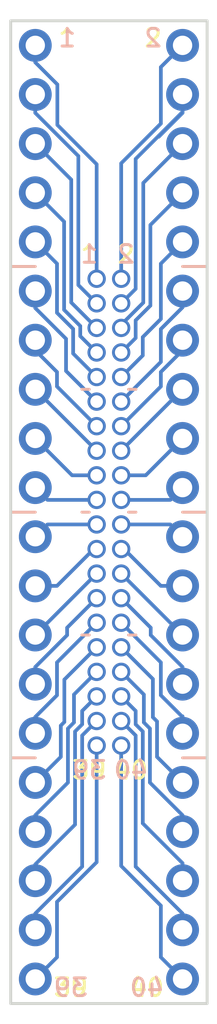
<source format=kicad_pcb>
(kicad_pcb (version 20171130) (host pcbnew "(5.1.10)-1")

  (general
    (thickness 1.6)
    (drawings 61)
    (tracks 176)
    (zones 0)
    (modules 4)
    (nets 41)
  )

  (page A4)
  (layers
    (0 F.Cu signal)
    (31 B.Cu signal)
    (32 B.Adhes user)
    (33 F.Adhes user)
    (34 B.Paste user)
    (35 F.Paste user)
    (36 B.SilkS user)
    (37 F.SilkS user)
    (38 B.Mask user)
    (39 F.Mask user)
    (40 Dwgs.User user hide)
    (41 Cmts.User user hide)
    (42 Eco1.User user)
    (43 Eco2.User user)
    (44 Edge.Cuts user)
    (45 Margin user)
    (46 B.CrtYd user)
    (47 F.CrtYd user hide)
    (48 B.Fab user)
    (49 F.Fab user hide)
  )

  (setup
    (last_trace_width 0.1905)
    (trace_clearance 0.1778)
    (zone_clearance 0.1524)
    (zone_45_only no)
    (trace_min 0.152654)
    (via_size 1)
    (via_drill 0.5)
    (via_min_size 0.4)
    (via_min_drill 0.3)
    (uvia_size 0.3)
    (uvia_drill 0.1)
    (uvias_allowed no)
    (uvia_min_size 0.2)
    (uvia_min_drill 0.1)
    (edge_width 0.15)
    (segment_width 0.15)
    (pcb_text_width 0.3)
    (pcb_text_size 1.5 1.5)
    (mod_edge_width 0.15)
    (mod_text_size 1 1)
    (mod_text_width 0.15)
    (pad_size 3.2 3.2)
    (pad_drill 3.2)
    (pad_to_mask_clearance 0)
    (aux_axis_origin 0 0)
    (grid_origin 50 150)
    (visible_elements 7FFFFF7F)
    (pcbplotparams
      (layerselection 0x00030_7ffffffe)
      (usegerberextensions true)
      (usegerberattributes false)
      (usegerberadvancedattributes false)
      (creategerberjobfile false)
      (excludeedgelayer true)
      (linewidth 0.100000)
      (plotframeref false)
      (viasonmask false)
      (mode 1)
      (useauxorigin false)
      (hpglpennumber 1)
      (hpglpenspeed 20)
      (hpglpendiameter 15.000000)
      (psnegative false)
      (psa4output false)
      (plotreference true)
      (plotvalue true)
      (plotinvisibletext false)
      (padsonsilk false)
      (subtractmaskfromsilk true)
      (outputformat 3)
      (mirror false)
      (drillshape 0)
      (scaleselection 1)
      (outputdirectory "step"))
  )

  (net 0 "")
  (net 1 /1)
  (net 2 /2)
  (net 3 /3)
  (net 4 /4)
  (net 5 /5)
  (net 6 /6)
  (net 7 /7)
  (net 8 /8)
  (net 9 /9)
  (net 10 /10)
  (net 11 /11)
  (net 12 /12)
  (net 13 /13)
  (net 14 /14)
  (net 15 /15)
  (net 16 /16)
  (net 17 /17)
  (net 18 /18)
  (net 19 /19)
  (net 20 /20)
  (net 21 /21)
  (net 22 /22)
  (net 23 /23)
  (net 24 /24)
  (net 25 /25)
  (net 26 /26)
  (net 27 /27)
  (net 28 /28)
  (net 29 /29)
  (net 30 /30)
  (net 31 /31)
  (net 32 /32)
  (net 33 /33)
  (net 34 /34)
  (net 35 /35)
  (net 36 /36)
  (net 37 /37)
  (net 38 /38)
  (net 39 /39)
  (net 40 /40)

  (net_class Default "これはデフォルトのネット クラスです。"
    (clearance 0.1778)
    (trace_width 0.1905)
    (via_dia 1)
    (via_drill 0.5)
    (uvia_dia 0.3)
    (uvia_drill 0.1)
    (add_net /1)
    (add_net /10)
    (add_net /11)
    (add_net /12)
    (add_net /13)
    (add_net /14)
    (add_net /15)
    (add_net /16)
    (add_net /17)
    (add_net /18)
    (add_net /19)
    (add_net /2)
    (add_net /20)
    (add_net /21)
    (add_net /22)
    (add_net /23)
    (add_net /24)
    (add_net /25)
    (add_net /26)
    (add_net /27)
    (add_net /28)
    (add_net /29)
    (add_net /3)
    (add_net /30)
    (add_net /31)
    (add_net /32)
    (add_net /33)
    (add_net /34)
    (add_net /35)
    (add_net /36)
    (add_net /37)
    (add_net /38)
    (add_net /39)
    (add_net /4)
    (add_net /40)
    (add_net /5)
    (add_net /6)
    (add_net /7)
    (add_net /8)
    (add_net /9)
  )

  (module footprints:DIL20X2_300milWidth_NoSilk (layer F.Cu) (tedit 61469EC5) (tstamp 61472794)
    (at 50 150)
    (path /5F2CE3C1)
    (fp_text reference J2 (at 0 -26.46) (layer F.SilkS) hide
      (effects (font (size 1 1) (thickness 0.15)))
    )
    (fp_text value 2.54_2x20P (at 0 26.67) (layer F.Fab)
      (effects (font (size 1 1) (thickness 0.15)))
    )
    (fp_line (start 5.58 -25.93) (end -5.61 -25.93) (layer F.CrtYd) (width 0.05))
    (fp_line (start 5.58 25.92) (end 5.58 -25.93) (layer F.CrtYd) (width 0.05))
    (fp_line (start -5.61 25.92) (end 5.58 25.92) (layer F.CrtYd) (width 0.05))
    (fp_line (start -5.61 -25.93) (end -5.61 25.92) (layer F.CrtYd) (width 0.05))
    (fp_line (start -5.14 -25.46) (end -3.81 -25.46) (layer Dwgs.User) (width 0.12))
    (fp_line (start -5.14 -24.13) (end -5.14 -25.46) (layer Dwgs.User) (width 0.12))
    (fp_line (start -2.54 -22.86) (end -2.54 -25.46) (layer Dwgs.User) (width 0.12))
    (fp_line (start -5.14 -22.86) (end -2.54 -22.86) (layer Dwgs.User) (width 0.12))
    (fp_line (start -5.08 -24.13) (end -3.81 -25.4) (layer F.Fab) (width 0.1))
    (fp_line (start -5.08 25.4) (end -5.08 -24.13) (layer F.Fab) (width 0.1))
    (fp_line (start 5.04 25.4) (end -5.08 25.4) (layer F.Fab) (width 0.1))
    (fp_line (start 5.04 -25.4) (end 5.04 25.4) (layer F.Fab) (width 0.1))
    (fp_line (start -3.81 -25.4) (end 5.04 -25.4) (layer F.Fab) (width 0.1))
    (fp_text user %R (at 0 12.7 90) (layer F.Fab)
      (effects (font (size 1 1) (thickness 0.15)))
    )
    (pad 40 thru_hole oval (at 3.81 24.13) (size 1.7 1.7) (drill 1) (layers *.Cu *.Mask)
      (net 40 /40))
    (pad 39 thru_hole oval (at -3.81 24.13) (size 1.7 1.7) (drill 1) (layers *.Cu *.Mask)
      (net 39 /39))
    (pad 38 thru_hole oval (at 3.81 21.59) (size 1.7 1.7) (drill 1) (layers *.Cu *.Mask)
      (net 38 /38))
    (pad 37 thru_hole oval (at -3.81 21.59) (size 1.7 1.7) (drill 1) (layers *.Cu *.Mask)
      (net 37 /37))
    (pad 36 thru_hole oval (at 3.81 19.05) (size 1.7 1.7) (drill 1) (layers *.Cu *.Mask)
      (net 36 /36))
    (pad 35 thru_hole oval (at -3.81 19.05) (size 1.7 1.7) (drill 1) (layers *.Cu *.Mask)
      (net 35 /35))
    (pad 34 thru_hole oval (at 3.81 16.51) (size 1.7 1.7) (drill 1) (layers *.Cu *.Mask)
      (net 34 /34))
    (pad 33 thru_hole oval (at -3.81 16.51) (size 1.7 1.7) (drill 1) (layers *.Cu *.Mask)
      (net 33 /33))
    (pad 32 thru_hole oval (at 3.81 13.97) (size 1.7 1.7) (drill 1) (layers *.Cu *.Mask)
      (net 32 /32))
    (pad 31 thru_hole oval (at -3.81 13.97) (size 1.7 1.7) (drill 1) (layers *.Cu *.Mask)
      (net 31 /31))
    (pad 30 thru_hole oval (at 3.81 11.43) (size 1.7 1.7) (drill 1) (layers *.Cu *.Mask)
      (net 30 /30))
    (pad 29 thru_hole oval (at -3.81 11.43) (size 1.7 1.7) (drill 1) (layers *.Cu *.Mask)
      (net 29 /29))
    (pad 28 thru_hole oval (at 3.81 8.89) (size 1.7 1.7) (drill 1) (layers *.Cu *.Mask)
      (net 28 /28))
    (pad 27 thru_hole oval (at -3.81 8.89) (size 1.7 1.7) (drill 1) (layers *.Cu *.Mask)
      (net 27 /27))
    (pad 26 thru_hole oval (at 3.81 6.35) (size 1.7 1.7) (drill 1) (layers *.Cu *.Mask)
      (net 26 /26))
    (pad 25 thru_hole oval (at -3.81 6.35) (size 1.7 1.7) (drill 1) (layers *.Cu *.Mask)
      (net 25 /25))
    (pad 24 thru_hole oval (at 3.81 3.81) (size 1.7 1.7) (drill 1) (layers *.Cu *.Mask)
      (net 24 /24))
    (pad 23 thru_hole oval (at -3.81 3.81) (size 1.7 1.7) (drill 1) (layers *.Cu *.Mask)
      (net 23 /23))
    (pad 22 thru_hole oval (at 3.81 1.27) (size 1.7 1.7) (drill 1) (layers *.Cu *.Mask)
      (net 22 /22))
    (pad 21 thru_hole oval (at -3.81 1.27) (size 1.7 1.7) (drill 1) (layers *.Cu *.Mask)
      (net 21 /21))
    (pad 20 thru_hole oval (at 3.81 -1.27) (size 1.7 1.7) (drill 1) (layers *.Cu *.Mask)
      (net 20 /20))
    (pad 19 thru_hole oval (at -3.81 -1.27) (size 1.7 1.7) (drill 1) (layers *.Cu *.Mask)
      (net 19 /19))
    (pad 18 thru_hole oval (at 3.81 -3.81) (size 1.7 1.7) (drill 1) (layers *.Cu *.Mask)
      (net 18 /18))
    (pad 17 thru_hole oval (at -3.81 -3.81) (size 1.7 1.7) (drill 1) (layers *.Cu *.Mask)
      (net 17 /17))
    (pad 16 thru_hole oval (at 3.81 -6.35) (size 1.7 1.7) (drill 1) (layers *.Cu *.Mask)
      (net 16 /16))
    (pad 15 thru_hole oval (at -3.81 -6.35) (size 1.7 1.7) (drill 1) (layers *.Cu *.Mask)
      (net 15 /15))
    (pad 14 thru_hole oval (at 3.81 -8.89) (size 1.7 1.7) (drill 1) (layers *.Cu *.Mask)
      (net 14 /14))
    (pad 13 thru_hole oval (at -3.81 -8.89) (size 1.7 1.7) (drill 1) (layers *.Cu *.Mask)
      (net 13 /13))
    (pad 12 thru_hole oval (at 3.81 -11.43) (size 1.7 1.7) (drill 1) (layers *.Cu *.Mask)
      (net 12 /12))
    (pad 11 thru_hole oval (at -3.81 -11.43) (size 1.7 1.7) (drill 1) (layers *.Cu *.Mask)
      (net 11 /11))
    (pad 10 thru_hole oval (at 3.81 -13.97) (size 1.7 1.7) (drill 1) (layers *.Cu *.Mask)
      (net 10 /10))
    (pad 9 thru_hole oval (at -3.81 -13.97) (size 1.7 1.7) (drill 1) (layers *.Cu *.Mask)
      (net 9 /9))
    (pad 8 thru_hole oval (at 3.81 -16.51) (size 1.7 1.7) (drill 1) (layers *.Cu *.Mask)
      (net 8 /8))
    (pad 7 thru_hole oval (at -3.81 -16.51) (size 1.7 1.7) (drill 1) (layers *.Cu *.Mask)
      (net 7 /7))
    (pad 6 thru_hole oval (at 3.81 -19.05) (size 1.7 1.7) (drill 1) (layers *.Cu *.Mask)
      (net 6 /6))
    (pad 5 thru_hole oval (at -3.81 -19.05) (size 1.7 1.7) (drill 1) (layers *.Cu *.Mask)
      (net 5 /5))
    (pad 4 thru_hole oval (at 3.81 -21.59) (size 1.7 1.7) (drill 1) (layers *.Cu *.Mask)
      (net 4 /4))
    (pad 3 thru_hole oval (at -3.81 -21.59) (size 1.7 1.7) (drill 1) (layers *.Cu *.Mask)
      (net 3 /3))
    (pad 2 thru_hole circle (at 3.81 -24.13) (size 1.7 1.7) (drill 1) (layers *.Cu *.Mask)
      (net 2 /2))
    (pad 1 thru_hole circle (at -3.81 -24.13) (size 1.7 1.7) (drill 1) (layers *.Cu *.Mask)
      (net 1 /1))
  )

  (module MountingHole:MountingHole_3.2mm_M3 (layer F.Cu) (tedit 6146A230) (tstamp 61474092)
    (at 50 127)
    (descr "Mounting Hole 3.2mm, no annular, M3")
    (tags "mounting hole 3.2mm no annular m3")
    (path /5F2CEB81)
    (attr virtual)
    (fp_text reference H1 (at 0 -4.2) (layer F.SilkS) hide
      (effects (font (size 1 1) (thickness 0.15)))
    )
    (fp_text value MountingHole (at 0 4.2) (layer F.Fab) hide
      (effects (font (size 1 1) (thickness 0.15)))
    )
    (fp_circle (center 0 0) (end 3.45 0) (layer F.CrtYd) (width 0.05))
    (fp_circle (center 0 0) (end 3.2 0) (layer Cmts.User) (width 0.15))
    (fp_text user %R (at 0.3 0) (layer F.Fab)
      (effects (font (size 1 1) (thickness 0.15)))
    )
    (pad "" np_thru_hole circle (at 0 0.5) (size 3.2 3.2) (drill 3.2) (layers *.Cu *.Mask))
  )

  (module MountingHole:MountingHole_3.2mm_M3 (layer F.Cu) (tedit 5F3281A7) (tstamp 6147406D)
    (at 50 173)
    (descr "Mounting Hole 3.2mm, no annular, M3")
    (tags "mounting hole 3.2mm no annular m3")
    (path /5F2CF0EA)
    (attr virtual)
    (fp_text reference H2 (at 0 -4.2) (layer F.SilkS) hide
      (effects (font (size 1 1) (thickness 0.15)))
    )
    (fp_text value MountingHole (at 0 4.2) (layer F.Fab) hide
      (effects (font (size 1 1) (thickness 0.15)))
    )
    (fp_circle (center 0 0) (end 3.2 0) (layer Cmts.User) (width 0.15))
    (fp_circle (center 0 0) (end 3.45 0) (layer F.CrtYd) (width 0.05))
    (fp_text user %R (at 0.3 0) (layer F.Fab)
      (effects (font (size 1 1) (thickness 0.15)))
    )
    (pad "" np_thru_hole circle (at 0 -0.5) (size 3.2 3.2) (drill 3.2) (layers *.Cu *.Mask))
  )

  (module footprints:DILhalf_20X2_NoSilk (layer F.Cu) (tedit 61469AFA) (tstamp 61472761)
    (at 50 150)
    (path /5C2842FE)
    (fp_text reference J1 (at 0 -13.335) (layer F.SilkS) hide
      (effects (font (size 1.016 1.016) (thickness 0.1778)))
    )
    (fp_text value 1.27_2x20P (at 0 13.97) (layer Dwgs.User) hide
      (effects (font (size 0.9144 0.9144) (thickness 0.1524)))
    )
    (fp_line (start 2.54 15.875) (end 2.5 -15.8) (layer Dwgs.User) (width 0.15))
    (fp_line (start 2.5 -15.8) (end -2.5 -15.8) (layer Dwgs.User) (width 0.15))
    (fp_line (start -2.5 -15.8) (end -2.46 15.875) (layer Dwgs.User) (width 0.15))
    (fp_line (start -2.46 15.875) (end 2.54 15.875) (layer Dwgs.User) (width 0.15))
    (fp_line (start -1.27 -12.7) (end 1.27 -12.7) (layer Dwgs.User) (width 0.1))
    (fp_line (start -1.27 12.7) (end -1.27 -12.7) (layer Dwgs.User) (width 0.1))
    (fp_line (start 1.27 12.7) (end -1.27 12.7) (layer Dwgs.User) (width 0.1))
    (fp_line (start 1.27 -12.7) (end 1.27 12.7) (layer Dwgs.User) (width 0.1))
    (pad 40 thru_hole circle (at 0.635 12.065) (size 0.95 0.95) (drill 0.65) (layers *.Cu *.Mask)
      (net 40 /40))
    (pad 39 thru_hole circle (at -0.635 12.065) (size 0.95 0.95) (drill 0.65) (layers *.Cu *.Mask)
      (net 39 /39))
    (pad 38 thru_hole circle (at 0.635 10.795) (size 0.95 0.95) (drill 0.65) (layers *.Cu *.Mask)
      (net 38 /38))
    (pad 37 thru_hole circle (at -0.635 10.795) (size 0.95 0.95) (drill 0.65) (layers *.Cu *.Mask)
      (net 37 /37))
    (pad 36 thru_hole circle (at 0.635 9.525) (size 0.95 0.95) (drill 0.65) (layers *.Cu *.Mask)
      (net 36 /36))
    (pad 35 thru_hole circle (at -0.635 9.525) (size 0.95 0.95) (drill 0.65) (layers *.Cu *.Mask)
      (net 35 /35))
    (pad 34 thru_hole circle (at 0.635 8.255) (size 0.95 0.95) (drill 0.65) (layers *.Cu *.Mask)
      (net 34 /34))
    (pad 33 thru_hole circle (at -0.635 8.255) (size 0.95 0.95) (drill 0.65) (layers *.Cu *.Mask)
      (net 33 /33))
    (pad 32 thru_hole circle (at 0.635 6.985) (size 0.95 0.95) (drill 0.65) (layers *.Cu *.Mask)
      (net 32 /32))
    (pad 31 thru_hole circle (at -0.635 6.985) (size 0.95 0.95) (drill 0.65) (layers *.Cu *.Mask)
      (net 31 /31))
    (pad 30 thru_hole circle (at 0.635 5.715) (size 0.95 0.95) (drill 0.65) (layers *.Cu *.Mask)
      (net 30 /30))
    (pad 29 thru_hole circle (at -0.635 5.715) (size 0.95 0.95) (drill 0.65) (layers *.Cu *.Mask)
      (net 29 /29))
    (pad 28 thru_hole circle (at 0.635 4.445) (size 0.95 0.95) (drill 0.65) (layers *.Cu *.Mask)
      (net 28 /28))
    (pad 27 thru_hole circle (at -0.635 4.445) (size 0.95 0.95) (drill 0.65) (layers *.Cu *.Mask)
      (net 27 /27))
    (pad 26 thru_hole circle (at 0.635 3.175) (size 0.95 0.95) (drill 0.65) (layers *.Cu *.Mask)
      (net 26 /26))
    (pad 25 thru_hole circle (at -0.635 3.175) (size 0.95 0.95) (drill 0.65) (layers *.Cu *.Mask)
      (net 25 /25))
    (pad 24 thru_hole circle (at 0.635 1.905) (size 0.95 0.95) (drill 0.65) (layers *.Cu *.Mask)
      (net 24 /24))
    (pad 23 thru_hole circle (at -0.635 1.905) (size 0.95 0.95) (drill 0.65) (layers *.Cu *.Mask)
      (net 23 /23))
    (pad 22 thru_hole circle (at 0.635 0.635) (size 0.95 0.95) (drill 0.65) (layers *.Cu *.Mask)
      (net 22 /22))
    (pad 21 thru_hole circle (at -0.635 0.635) (size 0.95 0.95) (drill 0.65) (layers *.Cu *.Mask)
      (net 21 /21))
    (pad 20 thru_hole circle (at 0.635 -0.635) (size 0.95 0.95) (drill 0.65) (layers *.Cu *.Mask)
      (net 20 /20))
    (pad 19 thru_hole circle (at -0.635 -0.635) (size 0.95 0.95) (drill 0.65) (layers *.Cu *.Mask)
      (net 19 /19))
    (pad 18 thru_hole circle (at 0.635 -1.905) (size 0.95 0.95) (drill 0.65) (layers *.Cu *.Mask)
      (net 18 /18))
    (pad 17 thru_hole circle (at -0.635 -1.905) (size 0.95 0.95) (drill 0.65) (layers *.Cu *.Mask)
      (net 17 /17))
    (pad 16 thru_hole circle (at 0.635 -3.175) (size 0.95 0.95) (drill 0.65) (layers *.Cu *.Mask)
      (net 16 /16))
    (pad 15 thru_hole circle (at -0.635 -3.175) (size 0.95 0.95) (drill 0.65) (layers *.Cu *.Mask)
      (net 15 /15))
    (pad 14 thru_hole circle (at 0.635 -4.445) (size 0.95 0.95) (drill 0.65) (layers *.Cu *.Mask)
      (net 14 /14))
    (pad 13 thru_hole circle (at -0.635 -4.445) (size 0.95 0.95) (drill 0.65) (layers *.Cu *.Mask)
      (net 13 /13))
    (pad 12 thru_hole circle (at 0.635 -5.715) (size 0.95 0.95) (drill 0.65) (layers *.Cu *.Mask)
      (net 12 /12))
    (pad 10 thru_hole circle (at 0.635 -6.985) (size 0.95 0.95) (drill 0.65) (layers *.Cu *.Mask)
      (net 10 /10))
    (pad 11 thru_hole circle (at -0.635 -5.715) (size 0.95 0.95) (drill 0.65) (layers *.Cu *.Mask)
      (net 11 /11))
    (pad 9 thru_hole circle (at -0.635 -6.985) (size 0.95 0.95) (drill 0.65) (layers *.Cu *.Mask)
      (net 9 /9))
    (pad 8 thru_hole circle (at 0.635 -8.255) (size 0.95 0.95) (drill 0.65) (layers *.Cu *.Mask)
      (net 8 /8))
    (pad 7 thru_hole circle (at -0.635 -8.255) (size 0.95 0.95) (drill 0.65) (layers *.Cu *.Mask)
      (net 7 /7))
    (pad 6 thru_hole circle (at 0.635 -9.525) (size 0.95 0.95) (drill 0.65) (layers *.Cu *.Mask)
      (net 6 /6))
    (pad 5 thru_hole circle (at -0.635 -9.525) (size 0.95 0.95) (drill 0.65) (layers *.Cu *.Mask)
      (net 5 /5))
    (pad 4 thru_hole circle (at 0.635 -10.795) (size 0.95 0.95) (drill 0.65) (layers *.Cu *.Mask)
      (net 4 /4))
    (pad 3 thru_hole circle (at -0.635 -10.795) (size 0.95 0.95) (drill 0.65) (layers *.Cu *.Mask)
      (net 3 /3))
    (pad 2 thru_hole circle (at 0.635 -12.065) (size 0.95 0.95) (drill 0.65) (layers *.Cu *.Mask)
      (net 2 /2))
    (pad 1 thru_hole circle (at -0.635 -12.065) (size 0.95 0.95) (drill 0.65) (layers *.Cu *.Mask)
      (net 1 /1))
  )

  (gr_line (start 46.19 150) (end 44.92 150) (layer B.SilkS) (width 0.15) (tstamp 614732DF))
  (gr_line (start 53.81 150) (end 55.08 150) (layer B.SilkS) (width 0.15) (tstamp 614732DE))
  (gr_line (start 44.92 150) (end 46.19 150) (layer F.SilkS) (width 0.15) (tstamp 614732DD))
  (gr_line (start 53.81 150) (end 55.08 150) (layer F.SilkS) (width 0.15) (tstamp 614732DC))
  (gr_line (start 48.603 150) (end 48.984 150) (layer B.SilkS) (width 0.15) (tstamp 61472FCB))
  (gr_line (start 51.016 150) (end 51.397 150) (layer B.SilkS) (width 0.15) (tstamp 61472FCA))
  (gr_line (start 48.984 150) (end 48.603 150) (layer F.SilkS) (width 0.15) (tstamp 61472FC9))
  (gr_line (start 51.016 150) (end 51.397 150) (layer F.SilkS) (width 0.15) (tstamp 61472FC8))
  (gr_line (start 51.016 156.35) (end 51.397 156.35) (layer B.SilkS) (width 0.15))
  (gr_line (start 48.984 156.35) (end 48.603 156.35) (layer B.SilkS) (width 0.15))
  (gr_line (start 48.984 143.65) (end 48.603 143.65) (layer B.SilkS) (width 0.15))
  (gr_line (start 51.016 143.65) (end 51.397 143.65) (layer B.SilkS) (width 0.15))
  (gr_line (start 46.19 137.3) (end 44.92 137.3) (layer B.SilkS) (width 0.15) (tstamp 61472E29))
  (gr_line (start 53.81 137.3) (end 55.08 137.3) (layer B.SilkS) (width 0.15) (tstamp 61472E2C))
  (gr_line (start 46.19 162.7) (end 44.92 162.7) (layer B.SilkS) (width 0.15))
  (gr_line (start 53.81 162.7) (end 55.08 162.7) (layer B.SilkS) (width 0.15))
  (gr_text 39 (at 48.0315 174.5745) (layer B.SilkS) (tstamp 5F2C2A5C)
    (effects (font (size 0.9144 0.9144) (thickness 0.1524)) (justify mirror))
  )
  (gr_text 40 (at 51.9685 174.5745) (layer B.SilkS) (tstamp 5F2C25C1)
    (effects (font (size 0.9144 0.9144) (thickness 0.1524)) (justify mirror))
  )
  (gr_text 39 (at 48.984 163.335) (layer B.SilkS) (tstamp 5F2C25C1)
    (effects (font (size 0.9144 0.9144) (thickness 0.1524)) (justify mirror))
  )
  (gr_text 40 (at 51.143 163.335) (layer B.SilkS) (tstamp 5F2C2525)
    (effects (font (size 0.9144 0.9144) (thickness 0.1524)) (justify mirror))
  )
  (gr_text 1 (at 48.984 136.665) (layer B.SilkS) (tstamp 5F2C2485)
    (effects (font (size 0.9144 0.9144) (thickness 0.1524)) (justify mirror))
  )
  (gr_text 2 (at 50.889 136.665) (layer B.SilkS) (tstamp 5F2C23E9)
    (effects (font (size 0.9144 0.9144) (thickness 0.1524)) (justify mirror))
  )
  (gr_text 1 (at 47.841 125.489) (layer B.SilkS) (tstamp 5F2C234D)
    (effects (font (size 0.9144 0.9144) (thickness 0.1524)) (justify mirror))
  )
  (gr_text 2 (at 52.286 125.489) (layer B.SilkS) (tstamp 5F2C22F1)
    (effects (font (size 0.9144 0.9144) (thickness 0.1524)) (justify mirror))
  )
  (gr_line (start 48.984 143.65) (end 48.603 143.65) (layer F.SilkS) (width 0.15))
  (gr_line (start 51.016 143.65) (end 51.397 143.65) (layer F.SilkS) (width 0.15))
  (gr_line (start 48.984 156.35) (end 48.603 156.35) (layer F.SilkS) (width 0.15))
  (gr_line (start 51.016 156.35) (end 51.397 156.35) (layer F.SilkS) (width 0.15))
  (gr_line (start 53.81 162.7) (end 55.08 162.7) (layer F.SilkS) (width 0.15))
  (gr_line (start 44.92 162.7) (end 46.19 162.7) (layer F.SilkS) (width 0.15))
  (gr_line (start 53.81 137.3) (end 55.08 137.3) (layer F.SilkS) (width 0.15) (tstamp 61472E32))
  (gr_line (start 44.92 137.3) (end 46.19 137.3) (layer F.SilkS) (width 0.15) (tstamp 61472E2F))
  (gr_text 40 (at 51.143 163.335) (layer F.SilkS) (tstamp 5F2C187E)
    (effects (font (size 0.9144 0.9144) (thickness 0.1524)))
  )
  (gr_text 39 (at 48.984 163.335) (layer F.SilkS) (tstamp 5F2C187A)
    (effects (font (size 0.9144 0.9144) (thickness 0.1524)))
  )
  (gr_text 2 (at 50.889 136.665) (layer F.SilkS) (tstamp 5F2C1875)
    (effects (font (size 0.9144 0.9144) (thickness 0.1524)))
  )
  (gr_text 1 (at 48.984 136.665) (layer F.SilkS) (tstamp 5F2C1872)
    (effects (font (size 0.9144 0.9144) (thickness 0.1524)))
  )
  (gr_text 39 (at 48.0315 174.5745) (layer F.SilkS) (tstamp 5F2C1869)
    (effects (font (size 0.9144 0.9144) (thickness 0.1524)))
  )
  (gr_text 2 (at 52.286 125.489) (layer F.SilkS) (tstamp 5F2C1862)
    (effects (font (size 0.9144 0.9144) (thickness 0.1524)))
  )
  (gr_line (start 44.92 175.4) (end 44.92 124.6) (layer Edge.Cuts) (width 0.15) (tstamp 5F2C1763))
  (gr_line (start 55.08 175.4) (end 44.92 175.4) (layer Edge.Cuts) (width 0.15))
  (gr_line (start 55.08 124.6) (end 55.08 175.4) (layer Edge.Cuts) (width 0.15))
  (gr_line (start 44.92 124.6) (end 55.08 124.6) (layer Edge.Cuts) (width 0.15))
  (gr_line (start 52.49 139) (end 53.02 138.49) (angle 90) (layer F.CrtYd) (width 0.1) (tstamp 5F2B1F60))
  (gr_line (start 52.49 139) (end 53.04 139.53) (angle 90) (layer F.CrtYd) (width 0.1) (tstamp 5F2B1F5A))
  (gr_line (start 52.5 139) (end 54.28 139) (angle 90) (layer F.CrtYd) (width 0.1) (tstamp 5F2B1F63))
  (gr_line (start 50 139.01) (end 49.6 138.61) (angle 90) (layer F.CrtYd) (width 0.1) (tstamp 5F2B1F57))
  (gr_line (start 50.01 139) (end 49.6 139.39) (angle 90) (layer F.CrtYd) (width 0.1) (tstamp 5F2B1F54))
  (gr_line (start 50 139) (end 48.26 139) (angle 90) (layer F.CrtYd) (width 0.1) (tstamp 5F2B1F5D))
  (gr_line (start 50 132.22) (end 50 139) (angle 90) (layer F.CrtYd) (width 0.1))
  (gr_line (start 52.5 132.22) (end 52.5 139) (angle 90) (layer F.CrtYd) (width 0.1))
  (gr_text 1.27 (at 59.64 118.745) (layer F.CrtYd) (tstamp 5F2B1F97)
    (effects (font (size 1.016 1.016) (thickness 0.1778)))
  )
  (gr_line (start 60.01 119.875) (end 60.31 120.205) (angle 90) (layer F.CrtYd) (width 0.1) (tstamp 5F2B1FA9))
  (gr_line (start 60.03 119.895) (end 60.3 119.595) (angle 90) (layer F.CrtYd) (width 0.1) (tstamp 5F2B1FA0))
  (gr_line (start 60.01 119.885) (end 60.9 119.885) (angle 90) (layer F.CrtYd) (width 0.1) (tstamp 5F2B1F9D))
  (gr_line (start 58.73 119.885) (end 58.46 119.605) (angle 90) (layer F.CrtYd) (width 0.1) (tstamp 5F2B1FA6))
  (gr_line (start 58.73 119.885) (end 58.44 120.195) (angle 90) (layer F.CrtYd) (width 0.1) (tstamp 5F2B1F9A))
  (gr_line (start 58.72 119.885) (end 57.73 119.885) (angle 90) (layer F.CrtYd) (width 0.1) (tstamp 5F2B1FA3))
  (gr_line (start 60 123.19) (end 60 119.98) (angle 90) (layer F.CrtYd) (width 0.1))
  (gr_line (start 58.73 123.19) (end 58.73 119.98) (angle 90) (layer F.CrtYd) (width 0.1))
  (gr_text 1 (at 47.841 125.489) (layer F.SilkS) (tstamp 5F2B1EF6)
    (effects (font (size 0.9144 0.9144) (thickness 0.1524)))
  )
  (gr_text 40 (at 51.9685 174.5745) (layer F.SilkS) (tstamp 5C28583E)
    (effects (font (size 0.9144 0.9144) (thickness 0.1524)))
  )

  (segment (start 46.19 126.747884) (end 47.333 127.890884) (width 0.1905) (layer B.Cu) (net 1))
  (segment (start 46.19 125.87) (end 46.19 126.747884) (width 0.1905) (layer B.Cu) (net 1))
  (segment (start 49.365 132.015162) (end 49.365 132.728) (width 0.1905) (layer B.Cu) (net 1))
  (segment (start 49.365 137.935) (end 49.365 132.728) (width 0.1906) (layer B.Cu) (net 1))
  (segment (start 47.333 129.983162) (end 49.365 132.015162) (width 0.1905) (layer B.Cu) (net 1))
  (segment (start 47.333 127.890884) (end 47.333 129.983162) (width 0.1905) (layer B.Cu) (net 1))
  (segment (start 50.635 133.9645) (end 50.635 137.935) (width 0.1906) (layer B.Cu) (net 2))
  (segment (start 52.686949 126.993051) (end 52.686949 129.914051) (width 0.1905) (layer B.Cu) (net 2))
  (segment (start 53.81 125.87) (end 52.686949 126.993051) (width 0.1905) (layer B.Cu) (net 2))
  (segment (start 52.686949 129.914051) (end 52.286 130.315) (width 0.1905) (layer B.Cu) (net 2))
  (segment (start 50.635 131.966) (end 52.686949 129.914051) (width 0.1905) (layer B.Cu) (net 2))
  (segment (start 50.635 133.9645) (end 50.635 131.966) (width 0.1905) (layer B.Cu) (net 2))
  (segment (start 48.4195 131.5906) (end 48.4195 138.2595) (width 0.1906) (layer B.Cu) (net 3))
  (segment (start 48.4195 138.2595) (end 49.365 139.205) (width 0.1906) (layer B.Cu) (net 3))
  (segment (start 46.19 129.3611) (end 46.53995 129.71105) (width 0.1905) (layer B.Cu) (net 3))
  (segment (start 46.19 128.41) (end 46.19 129.3611) (width 0.1905) (layer B.Cu) (net 3))
  (segment (start 46.53995 129.71105) (end 48.4195 131.5906) (width 0.1906) (layer B.Cu) (net 3))
  (segment (start 53.81 129.3611) (end 53.01555 130.15555) (width 0.1905) (layer B.Cu) (net 4))
  (segment (start 53.81 128.41) (end 53.81 129.3611) (width 0.1905) (layer B.Cu) (net 4))
  (segment (start 53.01555 130.15555) (end 52.5778 130.5933) (width 0.1906) (layer B.Cu) (net 4))
  (segment (start 52.5778 130.544068) (end 52.5778 130.5933) (width 0.1905) (layer B.Cu) (net 4))
  (segment (start 53.81 129.311868) (end 52.5778 130.544068) (width 0.1905) (layer B.Cu) (net 4))
  (segment (start 53.81 128.41) (end 53.81 129.311868) (width 0.1905) (layer B.Cu) (net 4))
  (segment (start 51.383051 131.738817) (end 52.5778 130.544068) (width 0.1905) (layer B.Cu) (net 4))
  (segment (start 51.383051 138.456949) (end 51.383051 131.738817) (width 0.1905) (layer B.Cu) (net 4))
  (segment (start 50.635 139.205) (end 51.383051 138.456949) (width 0.1905) (layer B.Cu) (net 4))
  (segment (start 49.365 140.475) (end 48.0508 139.1608) (width 0.1906) (layer B.Cu) (net 5))
  (segment (start 48.0508 139.1608) (end 48.0508 133.762) (width 0.1906) (layer B.Cu) (net 5))
  (segment (start 48.0508 132.8108) (end 48.0508 133.762) (width 0.1905) (layer B.Cu) (net 5))
  (segment (start 46.19 130.95) (end 48.0508 132.8108) (width 0.1905) (layer B.Cu) (net 5))
  (segment (start 50.635 140.312116) (end 51.778 139.169116) (width 0.1905) (layer B.Cu) (net 6))
  (segment (start 50.635 140.475) (end 50.635 140.312116) (width 0.1905) (layer B.Cu) (net 6))
  (segment (start 51.778 132.982) (end 53.81 130.95) (width 0.1905) (layer B.Cu) (net 6))
  (segment (start 51.778 139.169116) (end 51.778 132.982) (width 0.1905) (layer B.Cu) (net 6))
  (segment (start 49.365 141.745) (end 48.5181 140.8981) (width 0.1906) (layer B.Cu) (net 7))
  (segment (start 48.5181 140.8981) (end 48.5181 140.3766) (width 0.1906) (layer B.Cu) (net 7))
  (segment (start 48.5181 140.3766) (end 47.6821 139.5406) (width 0.1906) (layer B.Cu) (net 7))
  (segment (start 47.6821 139.5406) (end 47.6821 135.8245) (width 0.1906) (layer B.Cu) (net 7))
  (segment (start 47.6821 134.9821) (end 47.6821 135.8245) (width 0.1905) (layer B.Cu) (net 7))
  (segment (start 46.19 133.49) (end 47.6821 134.9821) (width 0.1905) (layer B.Cu) (net 7))
  (segment (start 52.14631 135.15369) (end 53.81 133.49) (width 0.1905) (layer B.Cu) (net 8))
  (segment (start 52.14631 139.321674) (end 52.14631 135.15369) (width 0.1905) (layer B.Cu) (net 8))
  (segment (start 51.383051 140.996949) (end 51.383051 140.084933) (width 0.1905) (layer B.Cu) (net 8))
  (segment (start 51.383051 140.084933) (end 52.14631 139.321674) (width 0.1905) (layer B.Cu) (net 8))
  (segment (start 50.635 141.745) (end 51.383051 140.996949) (width 0.1905) (layer B.Cu) (net 8))
  (segment (start 46.19 136.03) (end 47.31374 137.15374) (width 0.1905) (layer B.Cu) (net 9))
  (segment (start 48.14974 141.79974) (end 49.365 143.015) (width 0.1905) (layer B.Cu) (net 9))
  (segment (start 48.14974 140.529179) (end 48.14974 141.79974) (width 0.1905) (layer B.Cu) (net 9))
  (segment (start 47.31374 139.693179) (end 48.14974 140.529179) (width 0.1905) (layer B.Cu) (net 9))
  (segment (start 47.31374 137.15374) (end 47.31374 139.693179) (width 0.1905) (layer B.Cu) (net 9))
  (segment (start 51.751361 141.898639) (end 50.635 143.015) (width 0.1905) (layer B.Cu) (net 10))
  (segment (start 52.686949 140.014513) (end 51.751361 140.950101) (width 0.1905) (layer B.Cu) (net 10))
  (segment (start 51.751361 140.950101) (end 51.751361 141.898639) (width 0.1905) (layer B.Cu) (net 10))
  (segment (start 52.686949 137.153051) (end 52.686949 140.014513) (width 0.1905) (layer B.Cu) (net 10))
  (segment (start 53.81 136.03) (end 52.686949 137.153051) (width 0.1905) (layer B.Cu) (net 10))
  (segment (start 47.78143 142.70143) (end 49.365 144.285) (width 0.1905) (layer B.Cu) (net 11))
  (segment (start 47.78143 141.039314) (end 47.78143 142.70143) (width 0.1905) (layer B.Cu) (net 11))
  (segment (start 46.19 139.447884) (end 47.78143 141.039314) (width 0.1905) (layer B.Cu) (net 11))
  (segment (start 46.19 138.57) (end 46.19 139.447884) (width 0.1905) (layer B.Cu) (net 11))
  (segment (start 50.635 144.285) (end 52.6866 142.2334) (width 0.1906) (layer B.Cu) (net 12))
  (segment (start 52.6866 142.2334) (end 52.6866 140.5358) (width 0.1906) (layer B.Cu) (net 12))
  (segment (start 53.81 139.4124) (end 53.2152 140.0072) (width 0.1905) (layer B.Cu) (net 12))
  (segment (start 53.81 138.57) (end 53.81 139.4124) (width 0.1905) (layer B.Cu) (net 12))
  (segment (start 52.6866 140.5358) (end 53.2152 140.0072) (width 0.1906) (layer B.Cu) (net 12))
  (segment (start 46.19 141.630938) (end 46.19 141.11) (width 0.1905) (layer B.Cu) (net 13))
  (segment (start 47.313051 143.503051) (end 47.313051 142.753989) (width 0.1905) (layer B.Cu) (net 13))
  (segment (start 47.313051 142.753989) (end 46.19 141.630938) (width 0.1905) (layer B.Cu) (net 13))
  (segment (start 49.365 145.555) (end 47.313051 143.503051) (width 0.1905) (layer B.Cu) (net 13))
  (segment (start 53.81 141.630938) (end 53.81 141.11) (width 0.1905) (layer B.Cu) (net 14))
  (segment (start 52.686949 142.753989) (end 53.81 141.630938) (width 0.1905) (layer B.Cu) (net 14))
  (segment (start 52.686949 143.503051) (end 52.686949 142.753989) (width 0.1905) (layer B.Cu) (net 14))
  (segment (start 50.635 145.555) (end 52.686949 143.503051) (width 0.1905) (layer B.Cu) (net 14))
  (segment (start 49.365 146.825) (end 46.19 143.65) (width 0.1906) (layer B.Cu) (net 15))
  (segment (start 50.635 146.825) (end 53.81 143.65) (width 0.1905) (layer B.Cu) (net 16))
  (segment (start 48.095 148.095) (end 46.19 146.19) (width 0.1905) (layer B.Cu) (net 17))
  (segment (start 49.365 148.095) (end 48.095 148.095) (width 0.1905) (layer B.Cu) (net 17))
  (segment (start 51.905 148.095) (end 53.81 146.19) (width 0.1905) (layer B.Cu) (net 18))
  (segment (start 50.635 148.095) (end 51.905 148.095) (width 0.1905) (layer B.Cu) (net 18))
  (segment (start 46.825 149.365) (end 46.19 148.73) (width 0.1905) (layer B.Cu) (net 19))
  (segment (start 49.365 149.365) (end 46.825 149.365) (width 0.1905) (layer B.Cu) (net 19))
  (segment (start 53.175 149.365) (end 53.81 148.73) (width 0.1905) (layer B.Cu) (net 20))
  (segment (start 50.635 149.365) (end 53.175 149.365) (width 0.1905) (layer B.Cu) (net 20))
  (segment (start 46.825 150.635) (end 46.19 151.27) (width 0.1905) (layer B.Cu) (net 21))
  (segment (start 49.365 150.635) (end 46.825 150.635) (width 0.1905) (layer B.Cu) (net 21))
  (segment (start 53.175 150.635) (end 53.81 151.27) (width 0.1905) (layer B.Cu) (net 22))
  (segment (start 50.635 150.635) (end 53.175 150.635) (width 0.1905) (layer B.Cu) (net 22))
  (segment (start 46.19 153.81) (end 47.3134 153.81) (width 0.1906) (layer B.Cu) (net 23))
  (segment (start 49.365 151.905) (end 49.2184 151.905) (width 0.1906) (layer B.Cu) (net 23))
  (segment (start 49.2184 151.905) (end 47.3134 153.81) (width 0.1906) (layer B.Cu) (net 23))
  (segment (start 53.81 153.81) (end 52.6866 153.81) (width 0.1906) (layer B.Cu) (net 24))
  (segment (start 50.635 151.905) (end 50.7816 151.905) (width 0.1906) (layer B.Cu) (net 24))
  (segment (start 50.7816 151.905) (end 52.6866 153.81) (width 0.1906) (layer B.Cu) (net 24))
  (segment (start 49.365 153.175) (end 47.3134 155.2266) (width 0.1906) (layer B.Cu) (net 25))
  (segment (start 46.19 156.35) (end 47.3134 155.2266) (width 0.1905) (layer B.Cu) (net 25))
  (segment (start 50.635 153.175) (end 52.6866 155.2266) (width 0.1906) (layer B.Cu) (net 26))
  (segment (start 53.81 156.35) (end 52.6866 155.2266) (width 0.1905) (layer B.Cu) (net 26))
  (segment (start 49.365 154.445) (end 47.8374 155.9726) (width 0.1906) (layer B.Cu) (net 27))
  (segment (start 47.8374 155.9726) (end 47.8374 156.3561) (width 0.1906) (layer B.Cu) (net 27))
  (segment (start 47.8374 156.3561) (end 46.4269 157.7666) (width 0.1906) (layer B.Cu) (net 27))
  (segment (start 46.19 158.0035) (end 46.4269 157.7666) (width 0.1905) (layer B.Cu) (net 27))
  (segment (start 46.19 158.89) (end 46.19 158.0035) (width 0.1905) (layer B.Cu) (net 27))
  (segment (start 50.635 154.445) (end 52.1626 155.9726) (width 0.1906) (layer B.Cu) (net 28))
  (segment (start 52.1626 155.9726) (end 52.1626 156.3561) (width 0.1906) (layer B.Cu) (net 28))
  (segment (start 53.81 158.89) (end 53.81 158.0035) (width 0.1905) (layer B.Cu) (net 28))
  (segment (start 53.81 158.0035) (end 53.36425 157.55775) (width 0.1905) (layer B.Cu) (net 28))
  (segment (start 52.1626 156.3561) (end 53.36425 157.55775) (width 0.1906) (layer B.Cu) (net 28))
  (segment (start 49.365 155.715) (end 47.3134 157.7666) (width 0.1906) (layer B.Cu) (net 29))
  (segment (start 47.3134 157.7666) (end 47.3134 159.4642) (width 0.1906) (layer B.Cu) (net 29))
  (segment (start 47.3134 159.4642) (end 46.471 160.3066) (width 0.1906) (layer B.Cu) (net 29))
  (segment (start 46.19 160.5876) (end 46.471 160.3066) (width 0.1905) (layer B.Cu) (net 29))
  (segment (start 46.19 161.43) (end 46.19 160.5876) (width 0.1905) (layer B.Cu) (net 29))
  (segment (start 50.635 155.715) (end 52.6866 157.7666) (width 0.1906) (layer B.Cu) (net 30))
  (segment (start 52.6866 157.7666) (end 52.6866 159.4642) (width 0.1906) (layer B.Cu) (net 30))
  (segment (start 53.81 161.43) (end 53.81 160.552116) (width 0.1905) (layer B.Cu) (net 30))
  (segment (start 53.81 160.5876) (end 53.4692 160.2468) (width 0.1905) (layer B.Cu) (net 30))
  (segment (start 53.81 161.43) (end 53.81 160.5876) (width 0.1905) (layer B.Cu) (net 30))
  (segment (start 52.6866 159.4642) (end 53.4692 160.2468) (width 0.1906) (layer B.Cu) (net 30))
  (segment (start 49.365 156.985) (end 47.6949 158.6551) (width 0.1906) (layer B.Cu) (net 31))
  (segment (start 47.6949 158.6551) (end 47.6949 160.8465) (width 0.1906) (layer B.Cu) (net 31))
  (segment (start 47.6949 160.8465) (end 47.5105 161.0309) (width 0.1906) (layer B.Cu) (net 31))
  (segment (start 47.5105 162.6495) (end 47.5105 161.3535) (width 0.1905) (layer B.Cu) (net 31))
  (segment (start 46.19 163.97) (end 47.5105 162.6495) (width 0.1905) (layer B.Cu) (net 31))
  (segment (start 47.5105 161.0309) (end 47.5105 161.3535) (width 0.1906) (layer B.Cu) (net 31))
  (segment (start 52.4895 160.8164) (end 52.2749 160.6018) (width 0.1906) (layer B.Cu) (net 32))
  (segment (start 52.2749 160.6018) (end 52.2749 158.6249) (width 0.1906) (layer B.Cu) (net 32))
  (segment (start 52.2749 158.6249) (end 50.635 156.985) (width 0.1906) (layer B.Cu) (net 32))
  (segment (start 52.4895 162.6495) (end 52.4895 161.0995) (width 0.1905) (layer B.Cu) (net 32))
  (segment (start 53.81 163.97) (end 52.4895 162.6495) (width 0.1905) (layer B.Cu) (net 32))
  (segment (start 52.4895 161.0995) (end 52.4895 160.8164) (width 0.1906) (layer B.Cu) (net 32))
  (segment (start 49.365 158.255) (end 48.1926 159.4274) (width 0.1906) (layer B.Cu) (net 33))
  (segment (start 48.1926 159.4274) (end 48.1926 160.8703) (width 0.1906) (layer B.Cu) (net 33))
  (segment (start 48.1926 160.8703) (end 47.8792 161.1837) (width 0.1906) (layer B.Cu) (net 33))
  (segment (start 47.8792 161.1837) (end 47.8792 163.9782) (width 0.1906) (layer B.Cu) (net 33))
  (segment (start 46.19 165.6674) (end 46.6577 165.1997) (width 0.1905) (layer B.Cu) (net 33))
  (segment (start 46.19 166.51) (end 46.19 165.6674) (width 0.1905) (layer B.Cu) (net 33))
  (segment (start 47.8792 163.9782) (end 46.6577 165.1997) (width 0.1906) (layer B.Cu) (net 33))
  (segment (start 52.1208 163.9782) (end 52.1208 161.1837) (width 0.1906) (layer B.Cu) (net 34))
  (segment (start 52.1208 161.1837) (end 51.8075 160.8704) (width 0.1906) (layer B.Cu) (net 34))
  (segment (start 51.8075 160.8704) (end 51.8075 159.4275) (width 0.1906) (layer B.Cu) (net 34))
  (segment (start 51.8075 159.4275) (end 50.635 158.255) (width 0.1906) (layer B.Cu) (net 34))
  (segment (start 53.81 165.6674) (end 53.4058 165.2632) (width 0.1905) (layer B.Cu) (net 34))
  (segment (start 53.81 166.51) (end 53.81 165.6674) (width 0.1905) (layer B.Cu) (net 34))
  (segment (start 53.4058 165.2632) (end 52.1208 163.9782) (width 0.1906) (layer B.Cu) (net 34))
  (segment (start 49.365 159.525) (end 48.6166 160.2734) (width 0.1906) (layer B.Cu) (net 35))
  (segment (start 48.6166 160.2734) (end 48.6166 160.9678) (width 0.1906) (layer B.Cu) (net 35))
  (segment (start 48.6166 160.9678) (end 48.2479 161.3365) (width 0.1906) (layer B.Cu) (net 35))
  (segment (start 48.2479 161.3365) (end 48.2479 166.1495) (width 0.1906) (layer B.Cu) (net 35))
  (segment (start 46.19 168.2074) (end 46.6577 167.7397) (width 0.1905) (layer B.Cu) (net 35))
  (segment (start 46.19 169.05) (end 46.19 168.2074) (width 0.1905) (layer B.Cu) (net 35))
  (segment (start 48.2479 166.1495) (end 46.6577 167.7397) (width 0.1906) (layer B.Cu) (net 35))
  (segment (start 51.7521 166.0869) (end 51.7521 161.3365) (width 0.1906) (layer B.Cu) (net 36))
  (segment (start 51.7521 161.3365) (end 51.3834 160.9678) (width 0.1906) (layer B.Cu) (net 36))
  (segment (start 51.3834 160.9678) (end 51.3834 160.2734) (width 0.1906) (layer B.Cu) (net 36))
  (segment (start 51.3834 160.2734) (end 50.635 159.525) (width 0.1906) (layer B.Cu) (net 36))
  (segment (start 53.81 168.1448) (end 53.4371 167.7719) (width 0.1905) (layer B.Cu) (net 36))
  (segment (start 53.81 169.05) (end 53.81 168.1448) (width 0.1905) (layer B.Cu) (net 36))
  (segment (start 53.4371 167.7719) (end 51.7521 166.0869) (width 0.1906) (layer B.Cu) (net 36))
  (segment (start 49.365 160.795) (end 48.6166 161.5434) (width 0.1906) (layer B.Cu) (net 37))
  (segment (start 48.6166 161.5434) (end 48.6166 168.3208) (width 0.1906) (layer B.Cu) (net 37))
  (segment (start 46.19 170.7474) (end 46.5307 170.4067) (width 0.1905) (layer B.Cu) (net 37))
  (segment (start 46.19 171.59) (end 46.19 170.7474) (width 0.1905) (layer B.Cu) (net 37))
  (segment (start 48.6166 168.3208) (end 46.5307 170.4067) (width 0.1906) (layer B.Cu) (net 37))
  (segment (start 51.3834 168.3208) (end 51.3834 161.5434) (width 0.1906) (layer B.Cu) (net 38))
  (segment (start 51.3834 161.5434) (end 50.635 160.795) (width 0.1906) (layer B.Cu) (net 38))
  (segment (start 53.81 170.7474) (end 53.4058 170.3432) (width 0.1905) (layer B.Cu) (net 38))
  (segment (start 53.81 171.59) (end 53.81 170.7474) (width 0.1905) (layer B.Cu) (net 38))
  (segment (start 53.4058 170.3432) (end 51.3834 168.3208) (width 0.1906) (layer B.Cu) (net 38))
  (segment (start 46.19 174.13) (end 47.313051 173.006949) (width 0.1905) (layer B.Cu) (net 39))
  (segment (start 49.365 168.093338) (end 49.365 167.907) (width 0.1905) (layer B.Cu) (net 39))
  (segment (start 47.313051 170.145287) (end 49.365 168.093338) (width 0.1905) (layer B.Cu) (net 39))
  (segment (start 47.313051 173.006949) (end 47.313051 170.145287) (width 0.1905) (layer B.Cu) (net 39))
  (segment (start 49.365 162.065) (end 49.365 167.907) (width 0.1906) (layer B.Cu) (net 39))
  (segment (start 52.686949 170.339949) (end 50.635 168.288) (width 0.1905) (layer B.Cu) (net 40))
  (segment (start 52.686949 173.006949) (end 52.686949 170.339949) (width 0.1905) (layer B.Cu) (net 40))
  (segment (start 53.81 174.13) (end 52.686949 173.006949) (width 0.1905) (layer B.Cu) (net 40))
  (segment (start 50.635 162.065) (end 50.635 168.288) (width 0.1906) (layer B.Cu) (net 40))

)

</source>
